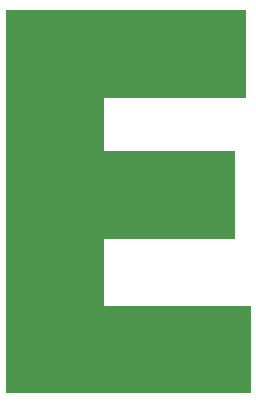
<source format=gbo>
G04 #@! TF.FileFunction,Legend,Bot*
%FSLAX46Y46*%
G04 Gerber Fmt 4.6, Leading zero omitted, Abs format (unit mm)*
G04 Created by KiCad (PCBNEW 4.0.0-rc2-stable) date 3/3/2016 3:43:28 PM*
%MOMM*%
G01*
G04 APERTURE LIST*
%ADD10C,0.150000*%
%ADD11C,0.025400*%
G04 APERTURE END LIST*
D10*
D11*
G36*
X71564740Y-26122100D02*
X59578533Y-26122100D01*
X59573592Y-26123101D01*
X59569537Y-26125835D01*
X59568389Y-26126987D01*
X59565610Y-26131194D01*
X59564685Y-26135952D01*
X59564685Y-30722649D01*
X59565686Y-30727590D01*
X59568397Y-30731621D01*
X59569545Y-30732771D01*
X59573744Y-30735561D01*
X59578533Y-30736499D01*
X70591730Y-30736499D01*
X70591730Y-38075400D01*
X59578533Y-38075400D01*
X59573592Y-38076401D01*
X59569545Y-38079128D01*
X59568397Y-38080278D01*
X59565614Y-38084481D01*
X59564685Y-38089250D01*
X59564685Y-43788097D01*
X59565686Y-43793038D01*
X59568374Y-43797046D01*
X59569522Y-43798202D01*
X59573713Y-43801003D01*
X59578533Y-43801953D01*
X71982234Y-43801953D01*
X71982234Y-51140857D01*
X51347424Y-51140857D01*
X51347424Y-18737550D01*
X71564740Y-18737550D01*
X71564740Y-26122100D01*
X71564740Y-26122100D01*
G37*
X71564740Y-26122100D02*
X59578533Y-26122100D01*
X59573592Y-26123101D01*
X59569537Y-26125835D01*
X59568389Y-26126987D01*
X59565610Y-26131194D01*
X59564685Y-26135952D01*
X59564685Y-30722649D01*
X59565686Y-30727590D01*
X59568397Y-30731621D01*
X59569545Y-30732771D01*
X59573744Y-30735561D01*
X59578533Y-30736499D01*
X70591730Y-30736499D01*
X70591730Y-38075400D01*
X59578533Y-38075400D01*
X59573592Y-38076401D01*
X59569545Y-38079128D01*
X59568397Y-38080278D01*
X59565614Y-38084481D01*
X59564685Y-38089250D01*
X59564685Y-43788097D01*
X59565686Y-43793038D01*
X59568374Y-43797046D01*
X59569522Y-43798202D01*
X59573713Y-43801003D01*
X59578533Y-43801953D01*
X71982234Y-43801953D01*
X71982234Y-51140857D01*
X51347424Y-51140857D01*
X51347424Y-18737550D01*
X71564740Y-18737550D01*
X71564740Y-26122100D01*
M02*

</source>
